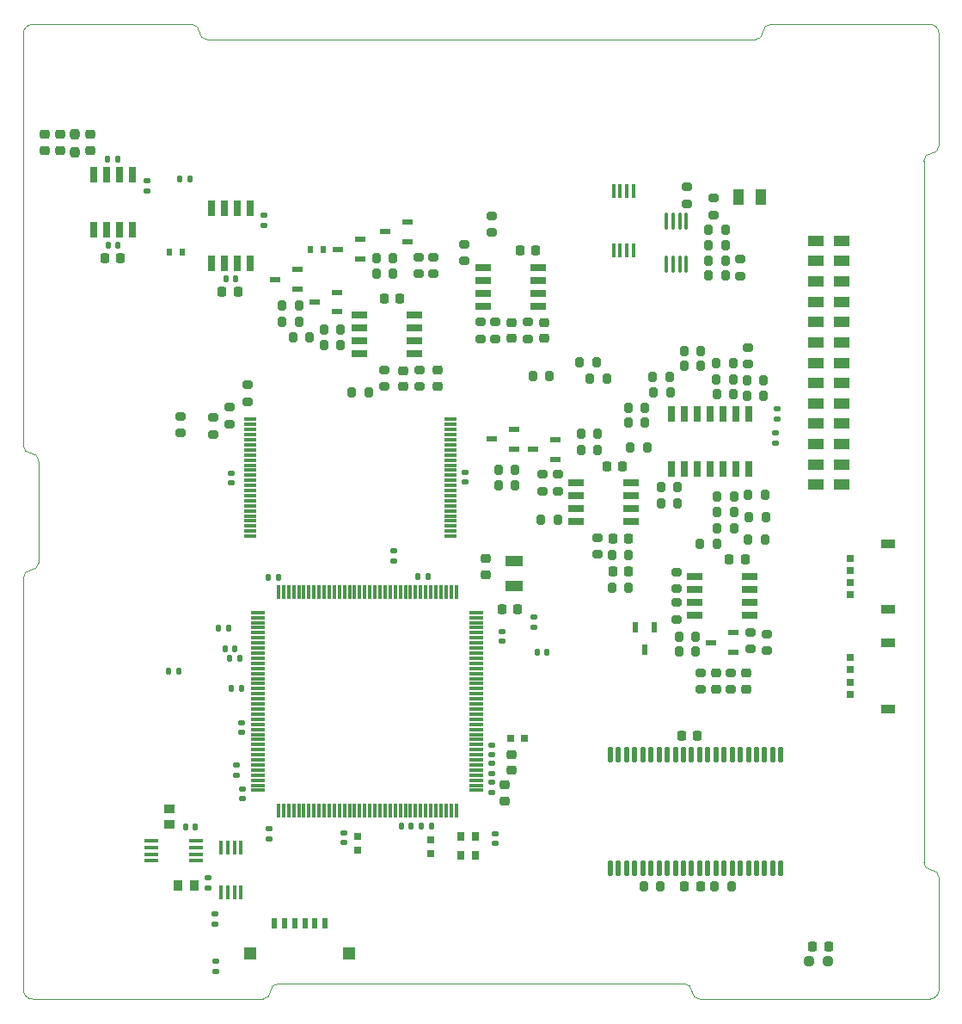
<source format=gtp>
%TF.GenerationSoftware,KiCad,Pcbnew,8.0.3*%
%TF.CreationDate,2024-08-20T13:50:37+03:00*%
%TF.ProjectId,obc-adcs-board,6f62632d-6164-4637-932d-626f6172642e,rev?*%
%TF.SameCoordinates,PX3e2df80PY83e4a60*%
%TF.FileFunction,Paste,Top*%
%TF.FilePolarity,Positive*%
%FSLAX46Y46*%
G04 Gerber Fmt 4.6, Leading zero omitted, Abs format (unit mm)*
G04 Created by KiCad (PCBNEW 8.0.3) date 2024-08-20 13:50:37*
%MOMM*%
%LPD*%
G01*
G04 APERTURE LIST*
G04 Aperture macros list*
%AMRoundRect*
0 Rectangle with rounded corners*
0 $1 Rounding radius*
0 $2 $3 $4 $5 $6 $7 $8 $9 X,Y pos of 4 corners*
0 Add a 4 corners polygon primitive as box body*
4,1,4,$2,$3,$4,$5,$6,$7,$8,$9,$2,$3,0*
0 Add four circle primitives for the rounded corners*
1,1,$1+$1,$2,$3*
1,1,$1+$1,$4,$5*
1,1,$1+$1,$6,$7*
1,1,$1+$1,$8,$9*
0 Add four rect primitives between the rounded corners*
20,1,$1+$1,$2,$3,$4,$5,0*
20,1,$1+$1,$4,$5,$6,$7,0*
20,1,$1+$1,$6,$7,$8,$9,0*
20,1,$1+$1,$8,$9,$2,$3,0*%
G04 Aperture macros list end*
%ADD10RoundRect,0.137500X0.137500X-0.625000X0.137500X0.625000X-0.137500X0.625000X-0.137500X-0.625000X0*%
%ADD11R,0.650000X1.528000*%
%ADD12RoundRect,0.200000X0.200000X0.275000X-0.200000X0.275000X-0.200000X-0.275000X0.200000X-0.275000X0*%
%ADD13RoundRect,0.200000X-0.200000X-0.275000X0.200000X-0.275000X0.200000X0.275000X-0.200000X0.275000X0*%
%ADD14R,0.620000X0.670000*%
%ADD15R,1.050000X0.600000*%
%ADD16RoundRect,0.140000X-0.140000X-0.170000X0.140000X-0.170000X0.140000X0.170000X-0.140000X0.170000X0*%
%ADD17R,1.020000X0.940000*%
%ADD18RoundRect,0.200000X0.275000X-0.200000X0.275000X0.200000X-0.275000X0.200000X-0.275000X-0.200000X0*%
%ADD19R,0.940000X1.020000*%
%ADD20RoundRect,0.140000X-0.170000X0.140000X-0.170000X-0.140000X0.170000X-0.140000X0.170000X0.140000X0*%
%ADD21RoundRect,0.225000X-0.250000X0.225000X-0.250000X-0.225000X0.250000X-0.225000X0.250000X0.225000X0*%
%ADD22R,1.475000X0.300000*%
%ADD23R,0.300000X1.475000*%
%ADD24R,1.400000X0.450000*%
%ADD25RoundRect,0.135000X-0.135000X-0.185000X0.135000X-0.185000X0.135000X0.185000X-0.135000X0.185000X0*%
%ADD26RoundRect,0.135000X0.185000X-0.135000X0.185000X0.135000X-0.185000X0.135000X-0.185000X-0.135000X0*%
%ADD27RoundRect,0.225000X-0.225000X-0.250000X0.225000X-0.250000X0.225000X0.250000X-0.225000X0.250000X0*%
%ADD28R,0.800000X0.900000*%
%ADD29RoundRect,0.140000X0.140000X0.170000X-0.140000X0.170000X-0.140000X-0.170000X0.140000X-0.170000X0*%
%ADD30R,1.528000X0.650000*%
%ADD31RoundRect,0.135000X0.135000X0.185000X-0.135000X0.185000X-0.135000X-0.185000X0.135000X-0.185000X0*%
%ADD32RoundRect,0.200000X-0.275000X0.200000X-0.275000X-0.200000X0.275000X-0.200000X0.275000X0.200000X0*%
%ADD33RoundRect,0.135000X-0.185000X0.135000X-0.185000X-0.135000X0.185000X-0.135000X0.185000X0.135000X0*%
%ADD34RoundRect,0.140000X0.170000X-0.140000X0.170000X0.140000X-0.170000X0.140000X-0.170000X-0.140000X0*%
%ADD35R,0.700000X0.650000*%
%ADD36R,0.450000X1.400000*%
%ADD37R,0.650000X1.525000*%
%ADD38RoundRect,0.237500X-0.237500X0.250000X-0.237500X-0.250000X0.237500X-0.250000X0.237500X0.250000X0*%
%ADD39R,1.800000X1.000000*%
%ADD40R,0.550000X1.000000*%
%ADD41R,1.260000X1.300000*%
%ADD42RoundRect,0.225000X0.225000X0.250000X-0.225000X0.250000X-0.225000X-0.250000X0.225000X-0.250000X0*%
%ADD43RoundRect,0.100000X0.100000X-0.712500X0.100000X0.712500X-0.100000X0.712500X-0.100000X-0.712500X0*%
%ADD44RoundRect,0.225000X0.250000X-0.225000X0.250000X0.225000X-0.250000X0.225000X-0.250000X-0.225000X0*%
%ADD45R,1.500000X1.000000*%
%ADD46R,0.650000X0.660000*%
%ADD47R,1.340000X0.850000*%
%ADD48R,1.300000X0.300000*%
%ADD49R,1.000000X1.500000*%
%ADD50R,0.600000X1.050000*%
%ADD51R,0.450000X1.475000*%
%ADD52RoundRect,0.237500X0.250000X0.237500X-0.250000X0.237500X-0.250000X-0.237500X0.250000X-0.237500X0*%
%ADD53R,0.650000X0.700000*%
%TA.AperFunction,Profile*%
%ADD54C,0.100000*%
%TD*%
G04 APERTURE END LIST*
D10*
%TO.C,U7*%
X57900960Y12999279D03*
X58700960Y12999279D03*
X59500960Y12999279D03*
X60300960Y12999279D03*
X61100960Y12999279D03*
X61900960Y12999279D03*
X62700960Y12999279D03*
X63500960Y12999279D03*
X64300960Y12999279D03*
X65100960Y12999279D03*
X65900960Y12999279D03*
X66700960Y12999279D03*
X67500960Y12999279D03*
X68300960Y12999279D03*
X69100960Y12999279D03*
X69900960Y12999279D03*
X70700960Y12999279D03*
X71500960Y12999279D03*
X72300960Y12999279D03*
X73100960Y12999279D03*
X73900960Y12999279D03*
X74700960Y12999279D03*
X74700960Y24174279D03*
X73900960Y24174279D03*
X73100960Y24174279D03*
X72300960Y24174279D03*
X71500960Y24174279D03*
X70700960Y24174279D03*
X69900960Y24174279D03*
X69100960Y24174279D03*
X68300960Y24174279D03*
X67500960Y24174279D03*
X66700960Y24174279D03*
X65900960Y24174279D03*
X65100960Y24174279D03*
X64300960Y24174279D03*
X63500960Y24174279D03*
X62700960Y24174279D03*
X61900960Y24174279D03*
X61100960Y24174279D03*
X60300960Y24174279D03*
X59500960Y24174279D03*
X58700960Y24174279D03*
X57900960Y24174279D03*
%TD*%
D11*
%TO.C,U18*%
X6995000Y75789000D03*
X8265000Y75789000D03*
X9535000Y75789000D03*
X10805000Y75789000D03*
X10805000Y81211000D03*
X9535000Y81211000D03*
X8265000Y81211000D03*
X6995000Y81211000D03*
%TD*%
D12*
%TO.C,R65*%
X70075960Y49550000D03*
X68425960Y49550000D03*
%TD*%
D13*
%TO.C,R90*%
X46875960Y50700000D03*
X48525960Y50700000D03*
%TD*%
D14*
%TO.C,F11*%
X29625000Y73900000D03*
X28375000Y73900000D03*
%TD*%
D15*
%TO.C,Q8*%
X48400000Y54250000D03*
X48400000Y56150000D03*
X46200000Y55200000D03*
%TD*%
D12*
%TO.C,R83*%
X28275000Y65250000D03*
X26625000Y65250000D03*
%TD*%
%TO.C,R117*%
X68375000Y44900000D03*
X66725000Y44900000D03*
%TD*%
D16*
%TO.C,C45*%
X37345000Y17150000D03*
X38305000Y17150000D03*
%TD*%
D17*
%TO.C,F13*%
X14500000Y18840000D03*
X14500000Y17260000D03*
%TD*%
D18*
%TO.C,R46*%
X65400000Y78375000D03*
X65400000Y80025000D03*
%TD*%
D19*
%TO.C,F14*%
X15360000Y11250000D03*
X16940000Y11250000D03*
%TD*%
D18*
%TO.C,R102*%
X49800960Y65075000D03*
X49800960Y66725000D03*
%TD*%
D20*
%TO.C,C59*%
X31700000Y16480000D03*
X31700000Y15520000D03*
%TD*%
D21*
%TO.C,C100*%
X6700000Y85175000D03*
X6700000Y83625000D03*
%TD*%
D22*
%TO.C,U16*%
X44703242Y20649040D03*
X44703242Y21149040D03*
X44703242Y21649040D03*
X44703242Y22149040D03*
X44703242Y22649040D03*
X44703242Y23149040D03*
X44703242Y23649040D03*
X44703242Y24149040D03*
X44703242Y24649040D03*
X44703242Y25149040D03*
X44703242Y25649040D03*
X44703242Y26149040D03*
X44703242Y26649040D03*
X44703242Y27149040D03*
X44703242Y27649040D03*
X44703242Y28149040D03*
X44703242Y28649040D03*
X44703242Y29149040D03*
X44703242Y29649040D03*
X44703242Y30149040D03*
X44703242Y30649040D03*
X44703242Y31149040D03*
X44703242Y31649040D03*
X44703242Y32149040D03*
X44703242Y32649040D03*
X44703242Y33149040D03*
X44703242Y33649040D03*
X44703242Y34149040D03*
X44703242Y34649040D03*
X44703242Y35149040D03*
X44703242Y35649040D03*
X44703242Y36149040D03*
X44703242Y36649040D03*
X44703242Y37149040D03*
X44703242Y37649040D03*
X44703242Y38149040D03*
D23*
X42715242Y40137040D03*
X42215242Y40137040D03*
X41715242Y40137040D03*
X41215242Y40137040D03*
X40715242Y40137040D03*
X40215242Y40137040D03*
X39715242Y40137040D03*
X39215242Y40137040D03*
X38715242Y40137040D03*
X38215242Y40137040D03*
X37715242Y40137040D03*
X37215242Y40137040D03*
X36715242Y40137040D03*
X36215242Y40137040D03*
X35715242Y40137040D03*
X35215242Y40137040D03*
X34715242Y40137040D03*
X34215242Y40137040D03*
X33715242Y40137040D03*
X33215242Y40137040D03*
X32715242Y40137040D03*
X32215242Y40137040D03*
X31715242Y40137040D03*
X31215242Y40137040D03*
X30715242Y40137040D03*
X30215242Y40137040D03*
X29715242Y40137040D03*
X29215242Y40137040D03*
X28715242Y40137040D03*
X28215242Y40137040D03*
X27715242Y40137040D03*
X27215242Y40137040D03*
X26715242Y40137040D03*
X26215242Y40137040D03*
X25715242Y40137040D03*
X25215242Y40137040D03*
D22*
X23227242Y38149040D03*
X23227242Y37649040D03*
X23227242Y37149040D03*
X23227242Y36649040D03*
X23227242Y36149040D03*
X23227242Y35649040D03*
X23227242Y35149040D03*
X23227242Y34649040D03*
X23227242Y34149040D03*
X23227242Y33649040D03*
X23227242Y33149040D03*
X23227242Y32649040D03*
X23227242Y32149040D03*
X23227242Y31649040D03*
X23227242Y31149040D03*
X23227242Y30649040D03*
X23227242Y30149040D03*
X23227242Y29649040D03*
X23227242Y29149040D03*
X23227242Y28649040D03*
X23227242Y28149040D03*
X23227242Y27649040D03*
X23227242Y27149040D03*
X23227242Y26649040D03*
X23227242Y26149040D03*
X23227242Y25649040D03*
X23227242Y25149040D03*
X23227242Y24649040D03*
X23227242Y24149040D03*
X23227242Y23649040D03*
X23227242Y23149040D03*
X23227242Y22649040D03*
X23227242Y22149040D03*
X23227242Y21649040D03*
X23227242Y21149040D03*
X23227242Y20649040D03*
D23*
X25215242Y18661040D03*
X25715242Y18661040D03*
X26215242Y18661040D03*
X26715242Y18661040D03*
X27215242Y18661040D03*
X27715242Y18661040D03*
X28215242Y18661040D03*
X28715242Y18661040D03*
X29215242Y18661040D03*
X29715242Y18661040D03*
X30215242Y18661040D03*
X30715242Y18661040D03*
X31215242Y18661040D03*
X31715242Y18661040D03*
X32215242Y18661040D03*
X32715242Y18661040D03*
X33215242Y18661040D03*
X33715242Y18661040D03*
X34215242Y18661040D03*
X34715242Y18661040D03*
X35215242Y18661040D03*
X35715242Y18661040D03*
X36215242Y18661040D03*
X36715242Y18661040D03*
X37215242Y18661040D03*
X37715242Y18661040D03*
X38215242Y18661040D03*
X38715242Y18661040D03*
X39215242Y18661040D03*
X39715242Y18661040D03*
X40215242Y18661040D03*
X40715242Y18661040D03*
X41215242Y18661040D03*
X41715242Y18661040D03*
X42215242Y18661040D03*
X42715242Y18661040D03*
%TD*%
D14*
%TO.C,F12*%
X15725000Y73600000D03*
X14475000Y73600000D03*
%TD*%
D18*
%TO.C,R101*%
X39125960Y60361779D03*
X39125960Y62011779D03*
%TD*%
D24*
%TO.C,U19*%
X17075000Y13725000D03*
X17075000Y14375000D03*
X17075000Y15025000D03*
X17075000Y15675000D03*
X12675000Y15675000D03*
X12675000Y15025000D03*
X12675000Y14375000D03*
X12675000Y13725000D03*
%TD*%
D13*
%TO.C,R56*%
X65175000Y62400000D03*
X66825000Y62400000D03*
%TD*%
D25*
%TO.C,R37*%
X19290000Y36600000D03*
X20310000Y36600000D03*
%TD*%
D26*
%TO.C,R130*%
X19025000Y2790000D03*
X19025000Y3810000D03*
%TD*%
D27*
%TO.C,C67*%
X69625000Y43350000D03*
X71175000Y43350000D03*
%TD*%
D28*
%TO.C,Y3*%
X44625000Y14275000D03*
X44625000Y16125000D03*
X43175000Y16125000D03*
X43175000Y14275000D03*
%TD*%
D29*
%TO.C,C64*%
X9380000Y74250000D03*
X8420000Y74250000D03*
%TD*%
D18*
%TO.C,R78*%
X40500000Y71475000D03*
X40500000Y73125000D03*
%TD*%
D12*
%TO.C,R59*%
X56650000Y54100000D03*
X55000000Y54100000D03*
%TD*%
D30*
%TO.C,IC2*%
X66189000Y41705000D03*
X66189000Y40435000D03*
X66189000Y39165000D03*
X66189000Y37895000D03*
X71611000Y37895000D03*
X71611000Y39165000D03*
X71611000Y40435000D03*
X71611000Y41705000D03*
%TD*%
D21*
%TO.C,C71*%
X37525960Y61961779D03*
X37525960Y60411779D03*
%TD*%
D15*
%TO.C,Q6*%
X30950000Y67750000D03*
X30950000Y69650000D03*
X28750000Y68700000D03*
%TD*%
D31*
%TO.C,R18*%
X9390000Y82760000D03*
X8370000Y82760000D03*
%TD*%
D32*
%TO.C,R3*%
X15600000Y57450000D03*
X15600000Y55800000D03*
%TD*%
D33*
%TO.C,R126*%
X74200000Y55860000D03*
X74200000Y54840000D03*
%TD*%
D18*
%TO.C,R99*%
X66800000Y30575000D03*
X66800000Y32225000D03*
%TD*%
D13*
%TO.C,R72*%
X62175000Y59800000D03*
X63825000Y59800000D03*
%TD*%
D34*
%TO.C,C60*%
X21625000Y26320000D03*
X21625000Y27280000D03*
%TD*%
D20*
%TO.C,C57*%
X46200000Y25130000D03*
X46200000Y24170000D03*
%TD*%
D32*
%TO.C,R79*%
X39000000Y73125000D03*
X39000000Y71475000D03*
%TD*%
D21*
%TO.C,C98*%
X2200000Y85175000D03*
X2200000Y83625000D03*
%TD*%
D13*
%TO.C,R55*%
X54875000Y62800000D03*
X56525000Y62800000D03*
%TD*%
D35*
%TO.C,FL6*%
X33000000Y14725000D03*
X33000000Y16075000D03*
%TD*%
D12*
%TO.C,R67*%
X70025000Y59600000D03*
X68375000Y59600000D03*
%TD*%
D32*
%TO.C,R75*%
X64400000Y42125000D03*
X64400000Y40475000D03*
%TD*%
%TO.C,R119*%
X46200000Y77175000D03*
X46200000Y75525000D03*
%TD*%
%TO.C,R81*%
X43550000Y74375000D03*
X43550000Y72725000D03*
%TD*%
D20*
%TO.C,C62*%
X46250000Y21430000D03*
X46250000Y20470000D03*
%TD*%
D13*
%TO.C,R52*%
X59675000Y56800000D03*
X61325000Y56800000D03*
%TD*%
D32*
%TO.C,R40*%
X68100000Y78925000D03*
X68100000Y77275000D03*
%TD*%
D29*
%TO.C,C58*%
X40280000Y17150000D03*
X39320000Y17150000D03*
%TD*%
D32*
%TO.C,R77*%
X51200000Y51725000D03*
X51200000Y50075000D03*
%TD*%
D12*
%TO.C,R63*%
X57525000Y61200000D03*
X55875000Y61200000D03*
%TD*%
D18*
%TO.C,R80*%
X56600000Y43875000D03*
X56600000Y45525000D03*
%TD*%
D33*
%TO.C,R48*%
X24300000Y16910000D03*
X24300000Y15890000D03*
%TD*%
D32*
%TO.C,R6*%
X22200000Y60525000D03*
X22200000Y58875000D03*
%TD*%
D13*
%TO.C,R64*%
X62075000Y61300000D03*
X63725000Y61300000D03*
%TD*%
D36*
%TO.C,U20*%
X21525000Y15000000D03*
X20875000Y15000000D03*
X20225000Y15000000D03*
X19575000Y15000000D03*
X19575000Y10600000D03*
X20225000Y10600000D03*
X20875000Y10600000D03*
X21525000Y10600000D03*
%TD*%
D13*
%TO.C,R91*%
X34875000Y71500000D03*
X36525000Y71500000D03*
%TD*%
D37*
%TO.C,IC6*%
X63890000Y52288000D03*
X65160000Y52288000D03*
X66430000Y52288000D03*
X67700000Y52288000D03*
X68970000Y52288000D03*
X70240000Y52288000D03*
X71510000Y52288000D03*
X71510000Y57712000D03*
X70240000Y57712000D03*
X68970000Y57712000D03*
X67700000Y57712000D03*
X66430000Y57712000D03*
X65160000Y57712000D03*
X63890000Y57712000D03*
%TD*%
D38*
%TO.C,R129*%
X5200000Y85212500D03*
X5200000Y83387500D03*
%TD*%
D12*
%TO.C,R58*%
X73225000Y47550000D03*
X71575000Y47550000D03*
%TD*%
D25*
%TO.C,R38*%
X20590000Y30700000D03*
X21610000Y30700000D03*
%TD*%
D15*
%TO.C,Q10*%
X27100000Y69975000D03*
X27100000Y71875000D03*
X24900000Y70925000D03*
%TD*%
D13*
%TO.C,R2*%
X68175000Y11200000D03*
X69825000Y11200000D03*
%TD*%
D32*
%TO.C,R85*%
X64400000Y39125000D03*
X64400000Y37475000D03*
%TD*%
D27*
%TO.C,C43*%
X47225000Y38500000D03*
X48775000Y38500000D03*
%TD*%
D13*
%TO.C,R84*%
X32450000Y59800000D03*
X34100000Y59800000D03*
%TD*%
D15*
%TO.C,Q5*%
X37900000Y74650000D03*
X37900000Y76550000D03*
X35700000Y75600000D03*
%TD*%
D12*
%TO.C,R68*%
X66825960Y63900000D03*
X65175960Y63900000D03*
%TD*%
D39*
%TO.C,Y4*%
X48400000Y40750000D03*
X48400000Y43250000D03*
%TD*%
D26*
%TO.C,R124*%
X23800000Y76190000D03*
X23800000Y77210000D03*
%TD*%
%TO.C,R47*%
X21100000Y22130000D03*
X21100000Y23150000D03*
%TD*%
D25*
%TO.C,R13*%
X15510000Y80790000D03*
X16530000Y80790000D03*
%TD*%
D15*
%TO.C,Q3*%
X70050960Y34250000D03*
X70050960Y36150000D03*
X67850960Y35200000D03*
%TD*%
D40*
%TO.C,J16*%
X24820000Y7575000D03*
X25820000Y7575000D03*
X26820000Y7575000D03*
X27820000Y7575000D03*
X28820000Y7575000D03*
X29820000Y7575000D03*
D41*
X22445000Y4585000D03*
X32195000Y4585000D03*
%TD*%
D29*
%TO.C,C55*%
X21380000Y33650000D03*
X20420000Y33650000D03*
%TD*%
D21*
%TO.C,C72*%
X48200960Y66675000D03*
X48200960Y65125000D03*
%TD*%
D12*
%TO.C,R62*%
X73000960Y61000000D03*
X71350960Y61000000D03*
%TD*%
D42*
%TO.C,C27*%
X66475000Y26000000D03*
X64925000Y26000000D03*
%TD*%
D21*
%TO.C,C77*%
X71300000Y32175000D03*
X71300000Y30625000D03*
%TD*%
D32*
%TO.C,R73*%
X71700000Y36225000D03*
X71700000Y34575000D03*
%TD*%
D13*
%TO.C,R95*%
X34875000Y73000000D03*
X36525000Y73000000D03*
%TD*%
D33*
%TO.C,R127*%
X74300000Y58210000D03*
X74300000Y57190000D03*
%TD*%
D13*
%TO.C,R93*%
X64675000Y35800000D03*
X66325000Y35800000D03*
%TD*%
D29*
%TO.C,C52*%
X25205000Y41600000D03*
X24245000Y41600000D03*
%TD*%
D13*
%TO.C,R89*%
X64675000Y34300000D03*
X66325000Y34300000D03*
%TD*%
D43*
%TO.C,U8*%
X63425000Y72387500D03*
X64075000Y72387500D03*
X64725000Y72387500D03*
X65375000Y72387500D03*
X65375000Y76612500D03*
X64725000Y76612500D03*
X64075000Y76612500D03*
X63425000Y76612500D03*
%TD*%
D13*
%TO.C,R100*%
X58075000Y40600000D03*
X59725000Y40600000D03*
%TD*%
D42*
%TO.C,C95*%
X21225000Y69750000D03*
X19675000Y69750000D03*
%TD*%
D12*
%TO.C,R104*%
X59725000Y43800000D03*
X58075000Y43800000D03*
%TD*%
D29*
%TO.C,C54*%
X20930000Y34600000D03*
X19970000Y34600000D03*
%TD*%
D44*
%TO.C,C75*%
X40900000Y60425000D03*
X40900000Y61975000D03*
%TD*%
D29*
%TO.C,C50*%
X39930000Y41650000D03*
X38970000Y41650000D03*
%TD*%
D45*
%TO.C,J17*%
X78175000Y74725000D03*
X78175000Y72725000D03*
X78175000Y70725000D03*
X78175000Y68725000D03*
X78175000Y66725000D03*
X78175000Y64725000D03*
X78175000Y62725000D03*
X78175000Y60725000D03*
X78175000Y58725000D03*
X78175000Y56725000D03*
X78175000Y54725000D03*
X78175000Y52725000D03*
X78175000Y50725000D03*
X80675000Y74725000D03*
X80675000Y72725000D03*
X80675000Y70725000D03*
X80675000Y68725000D03*
X80675000Y66725000D03*
X80675000Y64725000D03*
X80675000Y62725000D03*
X80675000Y60725000D03*
X80675000Y58725000D03*
X80675000Y56725000D03*
X80675000Y54725000D03*
X80675000Y52725000D03*
X80675000Y50725000D03*
%TD*%
D27*
%TO.C,C70*%
X35600000Y69050000D03*
X37150000Y69050000D03*
%TD*%
D46*
%TO.C,J3*%
X81565000Y30100000D03*
X81565000Y31300000D03*
X81565000Y32500000D03*
X81565000Y33700000D03*
D47*
X85270000Y28675000D03*
X85270000Y35125000D03*
%TD*%
D35*
%TO.C,FL4*%
X40250000Y14425000D03*
X40250000Y15775000D03*
%TD*%
D42*
%TO.C,C78*%
X59675000Y45400000D03*
X58125000Y45400000D03*
%TD*%
D12*
%TO.C,R42*%
X69225000Y75800000D03*
X67575000Y75800000D03*
%TD*%
D13*
%TO.C,R44*%
X67575000Y74300000D03*
X69225000Y74300000D03*
%TD*%
D21*
%TO.C,C56*%
X47500000Y21175000D03*
X47500000Y19625000D03*
%TD*%
D32*
%TO.C,R41*%
X70700000Y72925000D03*
X70700000Y71275000D03*
%TD*%
D13*
%TO.C,R60*%
X62875000Y48900000D03*
X64525000Y48900000D03*
%TD*%
D11*
%TO.C,U17*%
X18595000Y72489000D03*
X19865000Y72489000D03*
X21135000Y72489000D03*
X22405000Y72489000D03*
X22405000Y77911000D03*
X21135000Y77911000D03*
X19865000Y77911000D03*
X18595000Y77911000D03*
%TD*%
D34*
%TO.C,C66*%
X18250000Y11070000D03*
X18250000Y12030000D03*
%TD*%
D13*
%TO.C,R96*%
X25575000Y68325000D03*
X27225000Y68325000D03*
%TD*%
D12*
%TO.C,R43*%
X69225000Y71300000D03*
X67575000Y71300000D03*
%TD*%
D13*
%TO.C,R54*%
X68350960Y61100000D03*
X70000960Y61100000D03*
%TD*%
D48*
%TO.C,IC1*%
X22465242Y57149040D03*
X22465242Y56649040D03*
X22465242Y56149040D03*
X22465242Y55649040D03*
X22465242Y55149040D03*
X22465242Y54649040D03*
X22465242Y54149040D03*
X22465242Y53649040D03*
X22465242Y53149040D03*
X22465242Y52649040D03*
X22465242Y52149040D03*
X22465242Y51649040D03*
X22465242Y51149040D03*
X22465242Y50649040D03*
X22465242Y50149040D03*
X22465242Y49649040D03*
X22465242Y49149040D03*
X22465242Y48649040D03*
X22465242Y48149040D03*
X22465242Y47649040D03*
X22465242Y47149040D03*
X22465242Y46649040D03*
X22465242Y46149040D03*
X22465242Y45649040D03*
X42165242Y45649040D03*
X42165242Y46149040D03*
X42165242Y46649040D03*
X42165242Y47149040D03*
X42165242Y47649040D03*
X42165242Y48149040D03*
X42165242Y48649040D03*
X42165242Y49149040D03*
X42165242Y49649040D03*
X42165242Y50149040D03*
X42165242Y50649040D03*
X42165242Y51149040D03*
X42165242Y51649040D03*
X42165242Y52149040D03*
X42165242Y52649040D03*
X42165242Y53149040D03*
X42165242Y53649040D03*
X42165242Y54149040D03*
X42165242Y54649040D03*
X42165242Y55149040D03*
X42165242Y55649040D03*
X42165242Y56149040D03*
X42165242Y56649040D03*
X42165242Y57149040D03*
%TD*%
D13*
%TO.C,R86*%
X51075000Y47300000D03*
X52725000Y47300000D03*
%TD*%
%TO.C,R92*%
X25575000Y66775000D03*
X27225000Y66775000D03*
%TD*%
D49*
%TO.C,F5*%
X72700000Y79000000D03*
X70500000Y79000000D03*
%TD*%
D20*
%TO.C,C61*%
X21700000Y20780000D03*
X21700000Y19820000D03*
%TD*%
D33*
%TO.C,R131*%
X19000000Y8535000D03*
X19000000Y7515000D03*
%TD*%
D18*
%TO.C,R74*%
X73300000Y34375000D03*
X73300000Y36025000D03*
%TD*%
D13*
%TO.C,R118*%
X55000000Y55700000D03*
X56650000Y55700000D03*
%TD*%
D27*
%TO.C,C69*%
X49025000Y73750000D03*
X50575000Y73750000D03*
%TD*%
D13*
%TO.C,R88*%
X29675000Y64425000D03*
X31325000Y64425000D03*
%TD*%
D18*
%TO.C,R61*%
X71475960Y62575000D03*
X71475960Y64225000D03*
%TD*%
D13*
%TO.C,R1*%
X61175960Y11200000D03*
X62825960Y11200000D03*
%TD*%
D26*
%TO.C,R125*%
X12260000Y79650000D03*
X12260000Y80670000D03*
%TD*%
D50*
%TO.C,Q7*%
X62250000Y36700000D03*
X60350000Y36700000D03*
X61300000Y34500000D03*
%TD*%
D13*
%TO.C,R53*%
X68325960Y62700000D03*
X69975960Y62700000D03*
%TD*%
%TO.C,R45*%
X67575000Y72800000D03*
X69225000Y72800000D03*
%TD*%
%TO.C,R120*%
X50275000Y61400000D03*
X51925000Y61400000D03*
%TD*%
D44*
%TO.C,C76*%
X51400000Y65125000D03*
X51400000Y66675000D03*
%TD*%
D27*
%TO.C,C74*%
X58125000Y42200000D03*
X59675000Y42200000D03*
%TD*%
D12*
%TO.C,R71*%
X73000960Y59500000D03*
X71350960Y59500000D03*
%TD*%
D15*
%TO.C,Q9*%
X33300000Y72950000D03*
X33300000Y74850000D03*
X31100000Y73900000D03*
%TD*%
D32*
%TO.C,R4*%
X18800000Y57325000D03*
X18800000Y55675000D03*
%TD*%
D13*
%TO.C,R50*%
X68425000Y48000000D03*
X70075000Y48000000D03*
%TD*%
%TO.C,R51*%
X59675000Y58300000D03*
X61325000Y58300000D03*
%TD*%
D34*
%TO.C,C46*%
X47200000Y35320000D03*
X47200000Y36280000D03*
%TD*%
D20*
%TO.C,C2*%
X43600000Y51930000D03*
X43600000Y50970000D03*
%TD*%
D42*
%TO.C,C97*%
X79375000Y5300000D03*
X77825000Y5300000D03*
%TD*%
D44*
%TO.C,C73*%
X68300000Y30625000D03*
X68300000Y32175000D03*
%TD*%
D46*
%TO.C,J2*%
X81565000Y39900000D03*
X81565000Y41100000D03*
X81565000Y42300000D03*
X81565000Y43500000D03*
D47*
X85270000Y38475000D03*
X85270000Y44925000D03*
%TD*%
D18*
%TO.C,R87*%
X45100000Y65075000D03*
X45100000Y66725000D03*
%TD*%
%TO.C,R76*%
X52700000Y50075000D03*
X52700000Y51725000D03*
%TD*%
D25*
%TO.C,R12*%
X14415000Y32350000D03*
X15435000Y32350000D03*
%TD*%
D51*
%TO.C,Q1*%
X60175000Y79638000D03*
X59525000Y79638000D03*
X58875000Y79638000D03*
X58225000Y79638000D03*
X58225000Y73762000D03*
X58875000Y73762000D03*
X59525000Y73762000D03*
X60175000Y73762000D03*
%TD*%
D21*
%TO.C,C102*%
X3700000Y85175000D03*
X3700000Y83625000D03*
%TD*%
D27*
%TO.C,C68*%
X57525000Y52550000D03*
X59075000Y52550000D03*
%TD*%
D34*
%TO.C,C48*%
X46250000Y22320000D03*
X46250000Y23280000D03*
%TD*%
D12*
%TO.C,R66*%
X61525000Y54400000D03*
X59875000Y54400000D03*
%TD*%
D32*
%TO.C,R98*%
X46600000Y66725000D03*
X46600000Y65075000D03*
%TD*%
D20*
%TO.C,C93*%
X46600000Y16380000D03*
X46600000Y15420000D03*
%TD*%
D34*
%TO.C,C51*%
X50400000Y36720000D03*
X50400000Y37680000D03*
%TD*%
D52*
%TO.C,R128*%
X79312500Y3800000D03*
X77487500Y3800000D03*
%TD*%
D44*
%TO.C,C49*%
X48200000Y22635000D03*
X48200000Y24185000D03*
%TD*%
D32*
%TO.C,R5*%
X20400000Y58325000D03*
X20400000Y56675000D03*
%TD*%
D34*
%TO.C,C53*%
X36550000Y43245000D03*
X36550000Y44205000D03*
%TD*%
D16*
%TO.C,C65*%
X16070000Y17050000D03*
X17030000Y17050000D03*
%TD*%
D20*
%TO.C,C1*%
X20600000Y51880000D03*
X20600000Y50920000D03*
%TD*%
D12*
%TO.C,R82*%
X31350000Y66025000D03*
X29700000Y66025000D03*
%TD*%
D44*
%TO.C,C44*%
X45660000Y41880000D03*
X45660000Y43430000D03*
%TD*%
D30*
%TO.C,IC4*%
X45389000Y72105000D03*
X45389000Y70835000D03*
X45389000Y69565000D03*
X45389000Y68295000D03*
X50811000Y68295000D03*
X50811000Y69565000D03*
X50811000Y70835000D03*
X50811000Y72105000D03*
%TD*%
D13*
%TO.C,R49*%
X68425000Y46450000D03*
X70075000Y46450000D03*
%TD*%
%TO.C,R70*%
X62875000Y50450000D03*
X64525000Y50450000D03*
%TD*%
D29*
%TO.C,C63*%
X20980000Y71000000D03*
X20020000Y71000000D03*
%TD*%
D16*
%TO.C,C47*%
X50720000Y34250000D03*
X51680000Y34250000D03*
%TD*%
D13*
%TO.C,R94*%
X46875960Y52200000D03*
X48525960Y52200000D03*
%TD*%
D30*
%TO.C,IC3*%
X54489000Y50905000D03*
X54489000Y49635000D03*
X54489000Y48365000D03*
X54489000Y47095000D03*
X59911000Y47095000D03*
X59911000Y48365000D03*
X59911000Y49635000D03*
X59911000Y50905000D03*
%TD*%
D32*
%TO.C,R97*%
X35600000Y62025000D03*
X35600000Y60375000D03*
%TD*%
%TO.C,R103*%
X69800000Y32225000D03*
X69800000Y30575000D03*
%TD*%
D27*
%TO.C,C25*%
X65225000Y11200000D03*
X66775000Y11200000D03*
%TD*%
D42*
%TO.C,C96*%
X9675000Y73000000D03*
X8125000Y73000000D03*
%TD*%
D12*
%TO.C,R69*%
X73105000Y49740000D03*
X71455000Y49740000D03*
%TD*%
D15*
%TO.C,Q4*%
X52450960Y53230779D03*
X52450960Y55130779D03*
X50250960Y54180779D03*
%TD*%
D13*
%TO.C,R57*%
X71475000Y45350000D03*
X73125000Y45350000D03*
%TD*%
D30*
%TO.C,IC5*%
X33189000Y67405000D03*
X33189000Y66135000D03*
X33189000Y64865000D03*
X33189000Y63595000D03*
X38611000Y63595000D03*
X38611000Y64865000D03*
X38611000Y66135000D03*
X38611000Y67405000D03*
%TD*%
D53*
%TO.C,FL5*%
X49400000Y25750000D03*
X48050000Y25750000D03*
%TD*%
D54*
X1600000Y43065000D02*
X1600000Y53065000D01*
X66685000Y120000D02*
X89370000Y120000D01*
X100000Y41565000D02*
G75*
G02*
X850000Y42315000I750000J0D01*
G01*
X65185000Y1620000D02*
G75*
G02*
X65935000Y870000I0J-750000D01*
G01*
X72935000Y95260000D02*
G75*
G02*
X72185000Y94510000I-750000J0D01*
G01*
X90270000Y12065000D02*
X90270000Y1020000D01*
X1600000Y43065000D02*
G75*
G02*
X850000Y42315000I-750000J0D01*
G01*
X24435000Y870000D02*
G75*
G02*
X25185000Y1620000I750000J0D01*
G01*
X18185000Y94510000D02*
X72185000Y94510000D01*
X100000Y41565000D02*
X100000Y1010000D01*
X72935000Y95260000D02*
G75*
G02*
X73685000Y96010000I750000J0D01*
G01*
X100000Y95110000D02*
G75*
G02*
X1000000Y96010000I900000J0D01*
G01*
X1000000Y110000D02*
G75*
G02*
X100000Y1010000I0J900000D01*
G01*
X88770000Y13565000D02*
X88770000Y82565000D01*
X89520000Y12815000D02*
G75*
G02*
X90270000Y12065000I0J-750000D01*
G01*
X88770000Y82565000D02*
G75*
G02*
X89520000Y83315000I750000J0D01*
G01*
X89520000Y12815000D02*
G75*
G02*
X88770000Y13565000I0J750000D01*
G01*
X25185000Y1620000D02*
X65185000Y1620000D01*
X73685000Y96010000D02*
X89370000Y96010000D01*
X90270000Y84065000D02*
G75*
G02*
X89520000Y83315000I-750000J0D01*
G01*
X90270000Y1020000D02*
G75*
G02*
X89370000Y120000I-900000J0D01*
G01*
X850000Y53815000D02*
G75*
G02*
X1600000Y53065000I0J-750000D01*
G01*
X24435000Y870000D02*
G75*
G02*
X23685000Y120000I-750000J0D01*
G01*
X89370000Y96010000D02*
G75*
G02*
X90270000Y95110000I0J-900000D01*
G01*
X18185000Y94510000D02*
G75*
G02*
X17435000Y95260000I0J750000D01*
G01*
X850000Y53815000D02*
G75*
G02*
X100000Y54565000I0J750000D01*
G01*
X1000000Y96010000D02*
X16685000Y96010000D01*
X90270000Y95110000D02*
X90270000Y84065000D01*
X100000Y95110000D02*
X100000Y54565000D01*
X16685000Y96010000D02*
G75*
G02*
X17435000Y95260000I0J-750000D01*
G01*
X23685000Y120000D02*
X1000000Y110000D01*
X66685000Y120000D02*
G75*
G02*
X65935000Y870000I0J750000D01*
G01*
M02*

</source>
